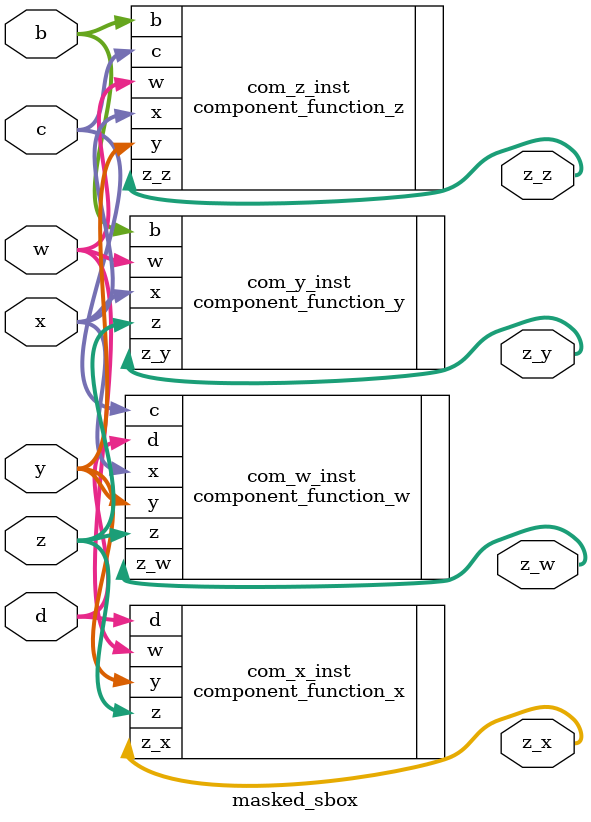
<source format=v>
`timescale 1ns / 1ps
/*
* -----------------------------------------------------------------
* AUTHOR  : Nicolai Müller (nicolai.mueller@rub.de)
* DOCUMENT: "Low-Latency Hardware Masking of PRINCE" (COSADE 2021)
* -----------------------------------------------------------------
*
* Copyright (c) 2021, Nicolai Müller
*
* All rights reserved.
*
* THIS SOFTWARE IS PROVIDED BY THE COPYRIGHT HOLDERS AND CONTRIBUTORS "AS IS" AND
* ANY EXPRESS OR IMPLIED WARRANTIES, INCLUDING, BUT NOT LIMITED TO, THE IMPLIED
* WARRANTIES OF MERCHANTABILITY AND FITNESS FOR A PARTICULAR PURPOSE ARE
* DISCLAIMED. IN NO EVENT SHALL THE COPYRIGHT HOLDER OR CONTRIBUTERS BE LIABLE FOR ANY
* DIRECT, INDIRECT, INCIDENTAL, SPECIAL, EXEMPLARY, OR CONSEQUENTIAL DAMAGES
* (INCLUDING, BUT NOT LIMITED TO, PROCUREMENT OF SUBSTITUTE GOODS OR SERVICES;
* LOSS OF USE, DATA, OR PROFITS; OR BUSINESS INTERRUPTION) HOWEVER CAUSED AND
* ON ANY THEORY OF LIABILITY, WHETHER IN CONTRACT, STRICT LIABILITY, OR TORT
* (INCLUDING NEGLIGENCE OR OTHERWISE) ARISING IN ANY WAY OUT OF THE USE OF THIS
* SOFTWARE, EVEN IF ADVISED OF THE POSSIBILITY OF SUCH DAMAGE.
*
* Please see LICENSE and README for license and further instructions.
*/

module masked_sbox(
    input [3:0] w,
    input [3:0] x,
    input [3:0] y,
    input [3:0] z,
    input [3:0] b,
    input [3:0] c,
    input [3:0] d, 
    output [3:0] z_w,
    output [3:0] z_x,
    output [3:0] z_y,
    output [3:0] z_z
    );
    
    wire [3:0] z_w_tmp, z_x_tmp, z_y_tmp, z_z_tmp; 
    
    component_function_w com_w_inst(.x(x), .y(y), .z(z), .c(c), .d(d), .z_w(z_w));
    component_function_x com_x_inst(.w(w), .y(y), .z(z), .d(d), .z_x(z_x));
    component_function_y com_y_inst(.w(w), .x(x), .z(z), .b(b), .z_y(z_y));
    component_function_z com_z_inst(.w(w), .x(x), .y(y), .b(b), .c(c), .z_z(z_z));
endmodule    


</source>
